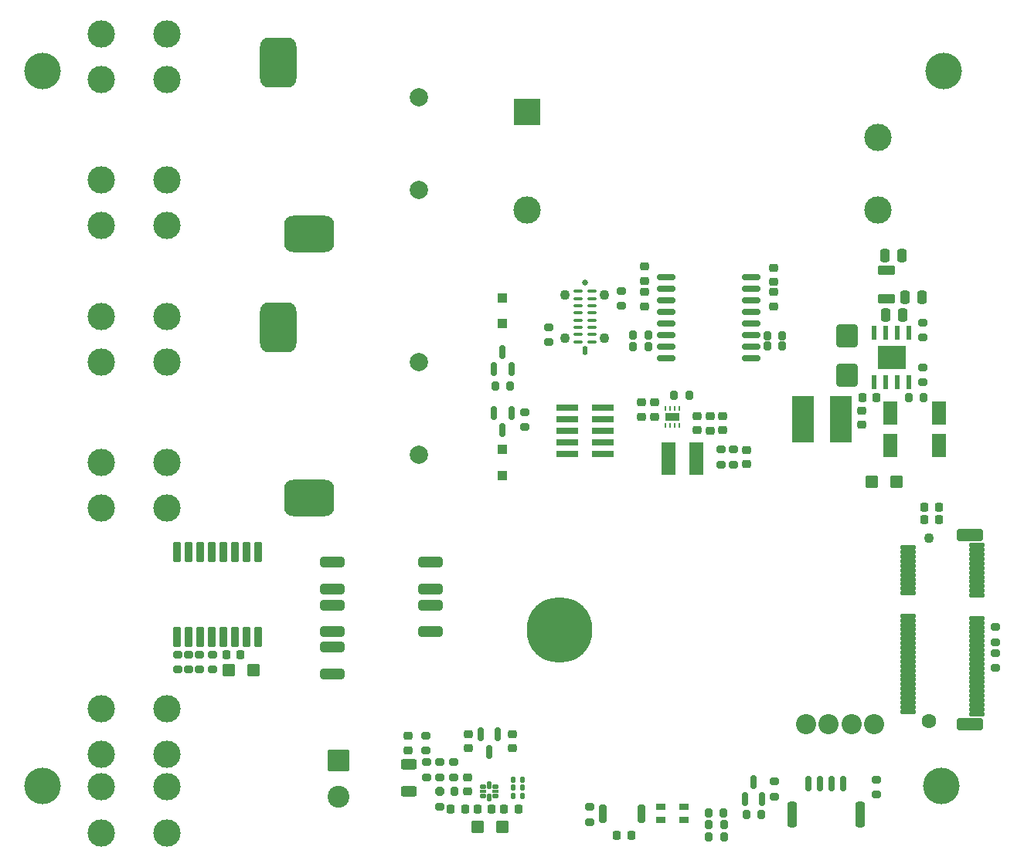
<source format=gbr>
%TF.GenerationSoftware,KiCad,Pcbnew,7.0.9*%
%TF.CreationDate,2024-05-06T20:13:39+08:00*%
%TF.ProjectId,power_monitor_v0.1,706f7765-725f-46d6-9f6e-69746f725f76,rev?*%
%TF.SameCoordinates,Original*%
%TF.FileFunction,Soldermask,Top*%
%TF.FilePolarity,Negative*%
%FSLAX46Y46*%
G04 Gerber Fmt 4.6, Leading zero omitted, Abs format (unit mm)*
G04 Created by KiCad (PCBNEW 7.0.9) date 2024-05-06 20:13:39*
%MOMM*%
%LPD*%
G01*
G04 APERTURE LIST*
G04 Aperture macros list*
%AMRoundRect*
0 Rectangle with rounded corners*
0 $1 Rounding radius*
0 $2 $3 $4 $5 $6 $7 $8 $9 X,Y pos of 4 corners*
0 Add a 4 corners polygon primitive as box body*
4,1,4,$2,$3,$4,$5,$6,$7,$8,$9,$2,$3,0*
0 Add four circle primitives for the rounded corners*
1,1,$1+$1,$2,$3*
1,1,$1+$1,$4,$5*
1,1,$1+$1,$6,$7*
1,1,$1+$1,$8,$9*
0 Add four rect primitives between the rounded corners*
20,1,$1+$1,$2,$3,$4,$5,0*
20,1,$1+$1,$4,$5,$6,$7,0*
20,1,$1+$1,$6,$7,$8,$9,0*
20,1,$1+$1,$8,$9,$2,$3,0*%
G04 Aperture macros list end*
%ADD10RoundRect,0.225000X-0.250000X0.225000X-0.250000X-0.225000X0.250000X-0.225000X0.250000X0.225000X0*%
%ADD11RoundRect,0.200000X-0.200000X-0.800000X0.200000X-0.800000X0.200000X0.800000X-0.200000X0.800000X0*%
%ADD12RoundRect,0.200000X0.200000X0.275000X-0.200000X0.275000X-0.200000X-0.275000X0.200000X-0.275000X0*%
%ADD13RoundRect,0.200000X-0.275000X0.200000X-0.275000X-0.200000X0.275000X-0.200000X0.275000X0.200000X0*%
%ADD14RoundRect,0.200000X0.275000X-0.200000X0.275000X0.200000X-0.275000X0.200000X-0.275000X-0.200000X0*%
%ADD15RoundRect,0.225000X-0.225000X-0.250000X0.225000X-0.250000X0.225000X0.250000X-0.225000X0.250000X0*%
%ADD16C,0.660000*%
%ADD17O,0.580000X1.000000*%
%ADD18RoundRect,0.075000X-0.425000X0.075000X-0.425000X-0.075000X0.425000X-0.075000X0.425000X0.075000X0*%
%ADD19C,1.100000*%
%ADD20RoundRect,0.150000X0.150000X-0.587500X0.150000X0.587500X-0.150000X0.587500X-0.150000X-0.587500X0*%
%ADD21RoundRect,0.200000X-0.200000X-0.275000X0.200000X-0.275000X0.200000X0.275000X-0.200000X0.275000X0*%
%ADD22C,3.000000*%
%ADD23RoundRect,0.250000X-1.075000X0.312500X-1.075000X-0.312500X1.075000X-0.312500X1.075000X0.312500X0*%
%ADD24R,3.000000X3.000000*%
%ADD25R,1.000000X0.800000*%
%ADD26RoundRect,0.135000X-0.135000X-0.185000X0.135000X-0.185000X0.135000X0.185000X-0.135000X0.185000X0*%
%ADD27RoundRect,0.250000X0.550000X-1.050000X0.550000X1.050000X-0.550000X1.050000X-0.550000X-1.050000X0*%
%ADD28RoundRect,0.250000X-0.250000X-0.475000X0.250000X-0.475000X0.250000X0.475000X-0.250000X0.475000X0*%
%ADD29RoundRect,1.000000X1.750000X1.000000X-1.750000X1.000000X-1.750000X-1.000000X1.750000X-1.000000X0*%
%ADD30RoundRect,1.000000X-1.000000X1.750000X-1.000000X-1.750000X1.000000X-1.750000X1.000000X1.750000X0*%
%ADD31C,2.000000*%
%ADD32RoundRect,0.225000X0.250000X-0.225000X0.250000X0.225000X-0.250000X0.225000X-0.250000X-0.225000X0*%
%ADD33RoundRect,0.250000X-0.450000X-0.425000X0.450000X-0.425000X0.450000X0.425000X-0.450000X0.425000X0*%
%ADD34R,2.400000X0.740000*%
%ADD35RoundRect,0.150000X-0.150000X0.587500X-0.150000X-0.587500X0.150000X-0.587500X0.150000X0.587500X0*%
%ADD36R,0.250000X0.500000*%
%ADD37R,1.600000X0.900000*%
%ADD38R,2.350000X5.100000*%
%ADD39RoundRect,0.225000X0.225000X0.250000X-0.225000X0.250000X-0.225000X-0.250000X0.225000X-0.250000X0*%
%ADD40RoundRect,0.150000X-0.875000X-0.150000X0.875000X-0.150000X0.875000X0.150000X-0.875000X0.150000X0*%
%ADD41RoundRect,0.250000X-0.300000X0.300000X-0.300000X-0.300000X0.300000X-0.300000X0.300000X0.300000X0*%
%ADD42R,1.500000X3.600000*%
%ADD43R,0.600000X1.550000*%
%ADD44R,3.100000X2.600000*%
%ADD45RoundRect,0.250000X-0.625000X0.312500X-0.625000X-0.312500X0.625000X-0.312500X0.625000X0.312500X0*%
%ADD46RoundRect,0.150000X0.150000X0.700000X-0.150000X0.700000X-0.150000X-0.700000X0.150000X-0.700000X0*%
%ADD47RoundRect,0.250000X0.250000X1.150000X-0.250000X1.150000X-0.250000X-1.150000X0.250000X-1.150000X0*%
%ADD48RoundRect,0.250001X-0.949999X0.949999X-0.949999X-0.949999X0.949999X-0.949999X0.949999X0.949999X0*%
%ADD49C,2.400000*%
%ADD50RoundRect,0.250000X-0.700000X0.275000X-0.700000X-0.275000X0.700000X-0.275000X0.700000X0.275000X0*%
%ADD51RoundRect,0.109500X0.267500X0.117500X-0.267500X0.117500X-0.267500X-0.117500X0.267500X-0.117500X0*%
%ADD52RoundRect,0.108000X0.269000X0.094000X-0.269000X0.094000X-0.269000X-0.094000X0.269000X-0.094000X0*%
%ADD53RoundRect,0.114000X-0.138000X0.288000X-0.138000X-0.288000X0.138000X-0.288000X0.138000X0.288000X0*%
%ADD54C,4.000000*%
%ADD55RoundRect,0.250000X-0.900000X1.000000X-0.900000X-1.000000X0.900000X-1.000000X0.900000X1.000000X0*%
%ADD56C,1.600000*%
%ADD57RoundRect,0.138000X-0.739000X0.114000X-0.739000X-0.114000X0.739000X-0.114000X0.739000X0.114000X0*%
%ADD58C,2.204000*%
%ADD59C,7.204000*%
%ADD60RoundRect,0.354000X-1.123000X0.348000X-1.123000X-0.348000X1.123000X-0.348000X1.123000X0.348000X0*%
%ADD61RoundRect,0.250000X0.300000X-0.300000X0.300000X0.300000X-0.300000X0.300000X-0.300000X-0.300000X0*%
%ADD62RoundRect,0.144000X-0.258000X0.988000X-0.258000X-0.988000X0.258000X-0.988000X0.258000X0.988000X0*%
G04 APERTURE END LIST*
D10*
%TO.C,C26*%
X181100000Y-83125000D03*
X181100000Y-84675000D03*
%TD*%
D11*
%TO.C,RESET1*%
X162400000Y-143000000D03*
X166600000Y-143000000D03*
%TD*%
D12*
%TO.C,R2*%
X197525000Y-97375000D03*
X195875000Y-97375000D03*
%TD*%
D13*
%TO.C,R37*%
X115800000Y-125575000D03*
X115800000Y-127225000D03*
%TD*%
%TO.C,R15*%
X146025000Y-137355000D03*
X146025000Y-139005000D03*
%TD*%
D14*
%TO.C,R13*%
X143025000Y-139030000D03*
X143025000Y-137380000D03*
%TD*%
D15*
%TO.C,C4*%
X190825000Y-97375000D03*
X192375000Y-97375000D03*
%TD*%
D16*
%TO.C,J8*%
X160400000Y-84750000D03*
D17*
X160400000Y-92250000D03*
D18*
X161160000Y-85720000D03*
X161160000Y-86510000D03*
X161160000Y-87300000D03*
X161160000Y-88090000D03*
X161160000Y-88880000D03*
X161160000Y-89670000D03*
X161160000Y-90460000D03*
X161160000Y-91250000D03*
X159640000Y-91250000D03*
X159640000Y-90460000D03*
X159640000Y-89670000D03*
X159640000Y-88880000D03*
X159640000Y-88090000D03*
X159640000Y-87300000D03*
X159640000Y-86510000D03*
X159640000Y-85720000D03*
D19*
X162550000Y-86100000D03*
X158250000Y-86100000D03*
X162550000Y-90900000D03*
X158250000Y-90900000D03*
%TD*%
D20*
%TO.C,Q2*%
X150450000Y-94237500D03*
X152350000Y-94237500D03*
X151400000Y-92362500D03*
%TD*%
D14*
%TO.C,R12*%
X143015000Y-136105000D03*
X143015000Y-134455000D03*
%TD*%
D21*
%TO.C,R6*%
X170175000Y-97100000D03*
X171825000Y-97100000D03*
%TD*%
D22*
%TO.C,J4*%
X114600000Y-131500000D03*
X107400000Y-131500000D03*
X107400000Y-136500000D03*
X114600000Y-136500000D03*
%TD*%
D14*
%TO.C,R34*%
X156400000Y-91325000D03*
X156400000Y-89675000D03*
%TD*%
D23*
%TO.C,R21*%
X143500000Y-120137500D03*
X143500000Y-123062500D03*
%TD*%
D24*
%TO.C,PS1*%
X154042500Y-66100000D03*
D22*
X154042500Y-76850000D03*
X192542500Y-76850000D03*
X192542500Y-68850000D03*
%TD*%
D25*
%TO.C,D4*%
X171250000Y-143700000D03*
X168750000Y-143700000D03*
X168750000Y-142300000D03*
X171250000Y-142300000D03*
%TD*%
D10*
%TO.C,C7*%
X190700000Y-98800000D03*
X190700000Y-100350000D03*
%TD*%
D26*
%TO.C,R9*%
X152515000Y-141080000D03*
X153535000Y-141080000D03*
%TD*%
D22*
%TO.C,J7*%
X114600000Y-140100000D03*
X107400000Y-140100000D03*
X107400000Y-145100000D03*
X114600000Y-145100000D03*
%TD*%
D21*
%TO.C,R38*%
X178075000Y-143100000D03*
X179725000Y-143100000D03*
%TD*%
D27*
%TO.C,C5*%
X193900000Y-102675000D03*
X193900000Y-99075000D03*
%TD*%
D12*
%TO.C,R23*%
X152225000Y-96100000D03*
X150575000Y-96100000D03*
%TD*%
D13*
%TO.C,R36*%
X117000000Y-125550000D03*
X117000000Y-127200000D03*
%TD*%
D28*
%TO.C,C1*%
X193250000Y-81800000D03*
X195150000Y-81800000D03*
%TD*%
D15*
%TO.C,C25*%
X163925000Y-145400000D03*
X165475000Y-145400000D03*
%TD*%
D29*
%TO.C,K1*%
X130220000Y-108407500D03*
D30*
X126790000Y-89657500D03*
D31*
X142230000Y-93457500D03*
X142230000Y-103627500D03*
%TD*%
D13*
%TO.C,R39*%
X181200000Y-139475000D03*
X181200000Y-141125000D03*
%TD*%
D21*
%TO.C,R33*%
X165675000Y-90500000D03*
X167325000Y-90500000D03*
%TD*%
D27*
%TO.C,C6*%
X199200000Y-102675000D03*
X199200000Y-99075000D03*
%TD*%
D32*
%TO.C,C8*%
X152425000Y-135855000D03*
X152425000Y-134305000D03*
%TD*%
D13*
%TO.C,R41*%
X144500000Y-140575000D03*
X144500000Y-142225000D03*
%TD*%
D28*
%TO.C,C2*%
X195460000Y-86390000D03*
X197360000Y-86390000D03*
%TD*%
D14*
%TO.C,R7*%
X205400000Y-124225000D03*
X205400000Y-122575000D03*
%TD*%
D13*
%TO.C,R42*%
X205400000Y-125375000D03*
X205400000Y-127025000D03*
%TD*%
D32*
%TO.C,C14*%
X168000000Y-99475000D03*
X168000000Y-97925000D03*
%TD*%
D21*
%TO.C,R28*%
X180375000Y-90600000D03*
X182025000Y-90600000D03*
%TD*%
D33*
%TO.C,C20*%
X121400000Y-127250000D03*
X124100000Y-127250000D03*
%TD*%
D10*
%TO.C,C13*%
X174100000Y-99450000D03*
X174100000Y-101000000D03*
%TD*%
D14*
%TO.C,R32*%
X160900000Y-143925000D03*
X160900000Y-142275000D03*
%TD*%
D34*
%TO.C,J9*%
X158450000Y-98460000D03*
X162350000Y-98460000D03*
X158450000Y-99730000D03*
X162350000Y-99730000D03*
X158450000Y-101000000D03*
X162350000Y-101000000D03*
X158450000Y-102270000D03*
X162350000Y-102270000D03*
X158450000Y-103540000D03*
X162350000Y-103540000D03*
%TD*%
D22*
%TO.C,J3*%
X107400000Y-62500000D03*
X114600000Y-62500000D03*
X114600000Y-57500000D03*
X107400000Y-57500000D03*
%TD*%
D35*
%TO.C,U3*%
X150875000Y-134342500D03*
X148975000Y-134342500D03*
X149925000Y-136217500D03*
%TD*%
D33*
%TO.C,C16*%
X148650000Y-144500000D03*
X151350000Y-144500000D03*
%TD*%
D13*
%TO.C,R30*%
X119600000Y-125575000D03*
X119600000Y-127225000D03*
%TD*%
D15*
%TO.C,C24*%
X197625000Y-110800000D03*
X199175000Y-110800000D03*
%TD*%
D28*
%TO.C,C3*%
X193350000Y-88300000D03*
X195250000Y-88300000D03*
%TD*%
D36*
%TO.C,U5*%
X169230000Y-100445000D03*
X169730000Y-100445000D03*
X170230000Y-100445000D03*
X170730000Y-100445000D03*
X170730000Y-98545000D03*
X170230000Y-98545000D03*
X169730000Y-98545000D03*
X169230000Y-98545000D03*
D37*
X169980000Y-99495000D03*
%TD*%
D13*
%TO.C,R40*%
X192300000Y-139275000D03*
X192300000Y-140925000D03*
%TD*%
D38*
%TO.C,L1*%
X184325000Y-99750000D03*
X188475000Y-99750000D03*
%TD*%
D35*
%TO.C,Q1*%
X152350000Y-99062500D03*
X150450000Y-99062500D03*
X151400000Y-100937500D03*
%TD*%
D39*
%TO.C,C17*%
X150200000Y-142480000D03*
X148650000Y-142480000D03*
%TD*%
D22*
%TO.C,J2*%
X107400000Y-93500000D03*
X114600000Y-93500000D03*
X114600000Y-88500000D03*
X107400000Y-88500000D03*
%TD*%
D20*
%TO.C,Q3*%
X177950000Y-141437500D03*
X179850000Y-141437500D03*
X178900000Y-139562500D03*
%TD*%
D13*
%TO.C,R4*%
X176700000Y-103075000D03*
X176700000Y-104725000D03*
%TD*%
D15*
%TO.C,C22*%
X197625000Y-109400000D03*
X199175000Y-109400000D03*
%TD*%
D13*
%TO.C,R14*%
X144525000Y-137355000D03*
X144525000Y-139005000D03*
%TD*%
D40*
%TO.C,U7*%
X169350000Y-84155000D03*
X169350000Y-85425000D03*
X169350000Y-86695000D03*
X169350000Y-87965000D03*
X169350000Y-89235000D03*
X169350000Y-90505000D03*
X169350000Y-91775000D03*
X169350000Y-93045000D03*
X178650000Y-93045000D03*
X178650000Y-91775000D03*
X178650000Y-90505000D03*
X178650000Y-89235000D03*
X178650000Y-87965000D03*
X178650000Y-86695000D03*
X178650000Y-85425000D03*
X178650000Y-84155000D03*
%TD*%
D13*
%TO.C,R1*%
X197400000Y-89150000D03*
X197400000Y-90800000D03*
%TD*%
D10*
%TO.C,C18*%
X141025000Y-134505000D03*
X141025000Y-136055000D03*
%TD*%
D39*
%TO.C,C31*%
X147275000Y-142500000D03*
X145725000Y-142500000D03*
%TD*%
D41*
%TO.C,D3*%
X151400000Y-86500000D03*
X151400000Y-89300000D03*
%TD*%
D32*
%TO.C,C27*%
X166900000Y-87375000D03*
X166900000Y-85825000D03*
%TD*%
D39*
%TO.C,C30*%
X153100000Y-142480000D03*
X151550000Y-142480000D03*
%TD*%
D42*
%TO.C,L2*%
X169575000Y-104100000D03*
X172625000Y-104100000D03*
%TD*%
D43*
%TO.C,U4*%
X192095000Y-95675000D03*
X193365000Y-95675000D03*
X194635000Y-95675000D03*
X195905000Y-95675000D03*
X195905000Y-90275000D03*
X194635000Y-90275000D03*
X193365000Y-90275000D03*
X192095000Y-90275000D03*
D44*
X194000000Y-92975000D03*
%TD*%
D29*
%TO.C,K2*%
X130220000Y-79407500D03*
D30*
X126790000Y-60657500D03*
D31*
X142230000Y-64457500D03*
X142230000Y-74627500D03*
%TD*%
D32*
%TO.C,C15*%
X166600000Y-99475000D03*
X166600000Y-97925000D03*
%TD*%
D13*
%TO.C,R29*%
X118200000Y-125575000D03*
X118200000Y-127225000D03*
%TD*%
D45*
%TO.C,R11*%
X141125000Y-137617500D03*
X141125000Y-140542500D03*
%TD*%
D10*
%TO.C,C12*%
X175500000Y-99425000D03*
X175500000Y-100975000D03*
%TD*%
D26*
%TO.C,R10*%
X152515000Y-139280000D03*
X153535000Y-139280000D03*
%TD*%
D21*
%TO.C,R26*%
X173975000Y-144200000D03*
X175625000Y-144200000D03*
%TD*%
D46*
%TO.C,J10*%
X188675000Y-139750000D03*
X187425000Y-139750000D03*
X186175000Y-139750000D03*
X184925000Y-139750000D03*
D47*
X190525000Y-143100000D03*
X183075000Y-143100000D03*
%TD*%
D21*
%TO.C,R16*%
X144500000Y-140580000D03*
X146150000Y-140580000D03*
%TD*%
D23*
%TO.C,R17*%
X132700000Y-115437500D03*
X132700000Y-118362500D03*
%TD*%
D48*
%TO.C,J1*%
X133400000Y-137200000D03*
D49*
X133400000Y-141160000D03*
%TD*%
D10*
%TO.C,C29*%
X147525000Y-139005000D03*
X147525000Y-140555000D03*
%TD*%
D39*
%TO.C,C19*%
X122675000Y-125600000D03*
X121125000Y-125600000D03*
%TD*%
D21*
%TO.C,R31*%
X165675000Y-91800000D03*
X167325000Y-91800000D03*
%TD*%
D50*
%TO.C,FB1*%
X193400000Y-83425000D03*
X193400000Y-86575000D03*
%TD*%
D21*
%TO.C,R24*%
X180375000Y-91750000D03*
X182025000Y-91750000D03*
%TD*%
D23*
%TO.C,R20*%
X143500000Y-115437500D03*
X143500000Y-118362500D03*
%TD*%
D51*
%TO.C,U2*%
X150600000Y-141080000D03*
D52*
X150600000Y-140580000D03*
D51*
X150600000Y-140080000D03*
D53*
X149925000Y-139930000D03*
D51*
X149250000Y-140080000D03*
D52*
X149250000Y-140580000D03*
D51*
X149250000Y-141080000D03*
D53*
X149925000Y-141230000D03*
%TD*%
D26*
%TO.C,R8*%
X152515000Y-140180000D03*
X153535000Y-140180000D03*
%TD*%
D32*
%TO.C,C21*%
X181100000Y-87375000D03*
X181100000Y-85825000D03*
%TD*%
D22*
%TO.C,J5*%
X107400000Y-78500000D03*
X114600000Y-78500000D03*
X114600000Y-73500000D03*
X107400000Y-73500000D03*
%TD*%
D23*
%TO.C,R19*%
X132700000Y-124737500D03*
X132700000Y-127662500D03*
%TD*%
D14*
%TO.C,R3*%
X197400000Y-95700000D03*
X197400000Y-94050000D03*
%TD*%
D54*
%TO.C,U8*%
X101000000Y-61600000D03*
X101000000Y-140000000D03*
X199470000Y-140000000D03*
X199700000Y-61600000D03*
%TD*%
D55*
%TO.C,D1*%
X189095000Y-90625000D03*
X189095000Y-94925000D03*
%TD*%
D19*
%TO.C,U6*%
X198060000Y-112830000D03*
D56*
X198060000Y-132830000D03*
D57*
X203335000Y-113580000D03*
X195785000Y-113830000D03*
X203335000Y-114080000D03*
X195785000Y-114330000D03*
X203335000Y-114580000D03*
X195785000Y-114830000D03*
X203335000Y-115080000D03*
X195785000Y-115330000D03*
X203335000Y-115580000D03*
X195785000Y-115830000D03*
X203335000Y-116080000D03*
X195785000Y-116330000D03*
X203335000Y-116580000D03*
X195785000Y-116830000D03*
X203335000Y-117080000D03*
X195785000Y-117330000D03*
X203335000Y-117580000D03*
X195785000Y-117830000D03*
X203335000Y-118080000D03*
X195785000Y-118330000D03*
X203335000Y-118580000D03*
X195785000Y-118830000D03*
X203335000Y-119080000D03*
X195785000Y-121330000D03*
X203335000Y-121580000D03*
X195785000Y-121830000D03*
X203335000Y-122080000D03*
X195785000Y-122330000D03*
X203335000Y-122580000D03*
X195785000Y-122830000D03*
X203335000Y-123080000D03*
X195785000Y-123330000D03*
X203335000Y-123580000D03*
X195785000Y-123830000D03*
X203335000Y-124080000D03*
X195785000Y-124330000D03*
X203335000Y-124580000D03*
X195785000Y-124830000D03*
X203335000Y-125080000D03*
X195785000Y-125330000D03*
X203335000Y-125580000D03*
X195785000Y-125830000D03*
X203335000Y-126080000D03*
X195785000Y-126330000D03*
X203335000Y-126580000D03*
X195785000Y-126830000D03*
X203335000Y-127080000D03*
X195785000Y-127330000D03*
X203335000Y-127580000D03*
X195785000Y-127830000D03*
X203335000Y-128080000D03*
X195785000Y-128330000D03*
X203335000Y-128580000D03*
X195785000Y-128830000D03*
X203335000Y-129080000D03*
X195785000Y-129330000D03*
X203335000Y-129580000D03*
X195785000Y-129830000D03*
X203335000Y-130080000D03*
X195785000Y-130330000D03*
X203335000Y-130580000D03*
X195785000Y-130830000D03*
X203335000Y-131080000D03*
X195785000Y-131330000D03*
X203335000Y-131580000D03*
X195785000Y-131830000D03*
X203335000Y-132080000D03*
D58*
X192100000Y-133200000D03*
X189600000Y-133200000D03*
X187100000Y-133200000D03*
X184600000Y-133200000D03*
D59*
X157600000Y-122849000D03*
D60*
X202560000Y-112480000D03*
X202560000Y-133180000D03*
%TD*%
D23*
%TO.C,R18*%
X132700000Y-120137500D03*
X132700000Y-123062500D03*
%TD*%
D21*
%TO.C,R25*%
X173950000Y-142900000D03*
X175600000Y-142900000D03*
%TD*%
D10*
%TO.C,C11*%
X172700000Y-99425000D03*
X172700000Y-100975000D03*
%TD*%
D32*
%TO.C,C10*%
X178100000Y-104675000D03*
X178100000Y-103125000D03*
%TD*%
D61*
%TO.C,D2*%
X151400000Y-105900000D03*
X151400000Y-103100000D03*
%TD*%
D13*
%TO.C,R5*%
X175300000Y-103075000D03*
X175300000Y-104725000D03*
%TD*%
D22*
%TO.C,J6*%
X107400000Y-109500000D03*
X114600000Y-109500000D03*
X114600000Y-104500000D03*
X107400000Y-104500000D03*
%TD*%
D33*
%TO.C,C23*%
X191850000Y-106600000D03*
X194550000Y-106600000D03*
%TD*%
D62*
%TO.C,U1*%
X124645000Y-114360000D03*
X123375000Y-114360000D03*
X122105000Y-114360000D03*
X120835000Y-114360000D03*
X119565000Y-114360000D03*
X118295000Y-114360000D03*
X117025000Y-114360000D03*
X115755000Y-114360000D03*
X115755000Y-123640000D03*
X117025000Y-123640000D03*
X118295000Y-123640000D03*
X119565000Y-123640000D03*
X120835000Y-123640000D03*
X122105000Y-123640000D03*
X123375000Y-123640000D03*
X124645000Y-123640000D03*
%TD*%
D10*
%TO.C,C28*%
X166900000Y-83025000D03*
X166900000Y-84575000D03*
%TD*%
D13*
%TO.C,R35*%
X164400000Y-85675000D03*
X164400000Y-87325000D03*
%TD*%
D21*
%TO.C,R27*%
X173975000Y-145600000D03*
X175625000Y-145600000D03*
%TD*%
D14*
%TO.C,R22*%
X153800000Y-100625000D03*
X153800000Y-98975000D03*
%TD*%
D32*
%TO.C,C9*%
X147625000Y-135855000D03*
X147625000Y-134305000D03*
%TD*%
M02*

</source>
